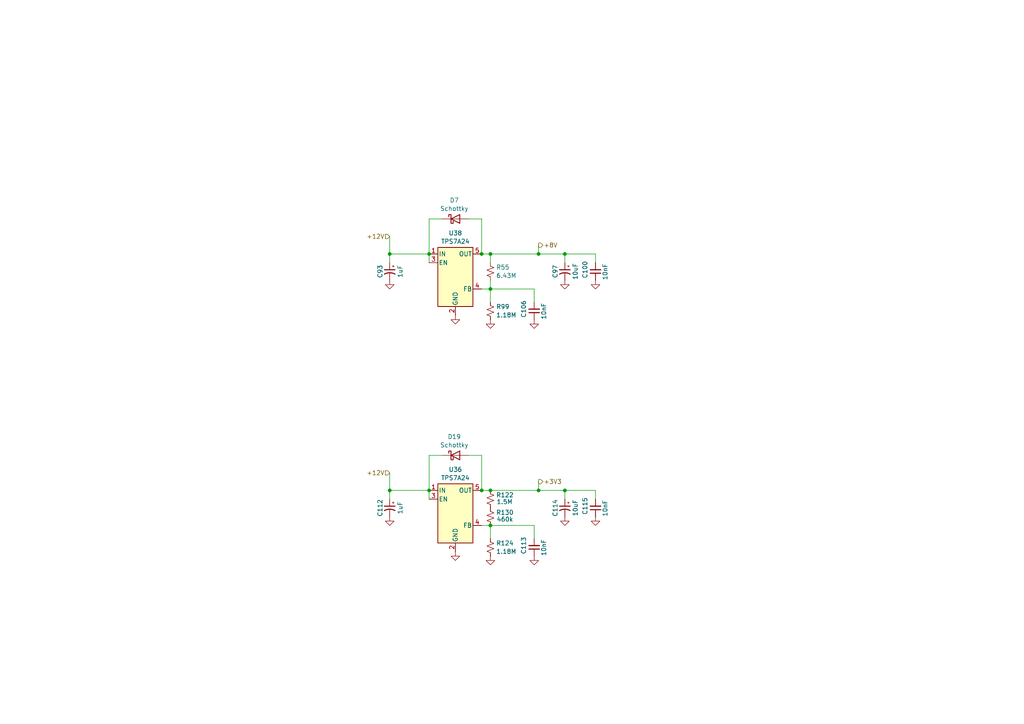
<source format=kicad_sch>
(kicad_sch (version 20250114) (generator "eeschema") (generator_version "9.0")
  (paper "A4")
  (lib_symbols
    (symbol "AP131-29_1" (pin_names (offset 0.254))
      (property "Reference" "U36" (at 0 8.5895 0))
      (property "Value" "TPS7A24" (at 0 6.1652 0))
      (symbol "AP131-29_1_0_1"
        (rectangle (start -5.08 4.445) (end 5.08 -12.7) (stroke (width 0.254)) (fill (type background)))
      )
      (symbol "AP131-29_1_1_1"
        (pin power_in line (at -7.62 2.54 0) (length 2.54) (name "IN") (number "1"))
        (pin input line (at -7.62 0 0) (length 2.54) (name "EN") (number "3"))
        (pin power_in line (at 0 -15.24 90) (length 2.54) (name "GND") (number "2"))
        (pin power_out line (at 7.62 2.54 180) (length 2.54) (name "OUT") (number "5"))
        (pin input line (at 7.62 -7.62 180) (length 2.54) (name "FB") (number "4"))
      )
    )
    (symbol "Device:C_Polarized_Small_US" (pin_numbers (hide yes)) (pin_names (offset 0.254) (hide yes))
      (property "Reference" "C" (at 0.254 1.778 0))
      (property "Value" "C_Polarized_Small_US" (at 0.254 -2.032 0))
      (symbol "C_Polarized_Small_US_0_1"
        (polyline (pts (xy -1.524 0.508) (xy 1.524 0.508)) (stroke (width 0.3048)))
        (polyline (pts (xy -1.27 1.524) (xy -0.762 1.524)))
        (polyline (pts (xy -1.016 1.27) (xy -1.016 1.778)))
        (arc (start -1.524 -0.762) (mid 0 -0.3734) (end 1.524 -0.762) (stroke (width 0.3048)))
      )
      (symbol "C_Polarized_Small_US_1_1"
        (pin passive line (at 0 2.54 270) (length 2.032) (name "~") (number "1"))
        (pin passive line (at 0 -2.54 90) (length 2.032) (name "~") (number "2"))
      )
    )
    (symbol "Device:C_Small" (pin_numbers (hide yes)) (pin_names (offset 0.254) (hide yes))
      (property "Reference" "C" (at 0.254 1.778 0))
      (property "Value" "C_Small" (at 0.254 -2.032 0))
      (symbol "C_Small_0_1"
        (polyline (pts (xy -1.524 0.508) (xy 1.524 0.508)) (stroke (width 0.3048)))
        (polyline (pts (xy -1.524 -0.508) (xy 1.524 -0.508)) (stroke (width 0.3302)))
      )
      (symbol "C_Small_1_1"
        (pin passive line (at 0 2.54 270) (length 2.032) (name "~") (number "1"))
        (pin passive line (at 0 -2.54 90) (length 2.032) (name "~") (number "2"))
      )
    )
    (symbol "Device:D_Schottky" (pin_numbers (hide yes)) (pin_names (offset 1.016) (hide yes))
      (property "Reference" "D" (at 0 2.54 0))
      (property "Value" "D_Schottky" (at 0 -2.54 0))
      (symbol "D_Schottky_0_1"
        (polyline (pts (xy -1.905 0.635) (xy -1.905 1.27) (xy -1.27 1.27) (xy -1.27 -1.27) (xy -0.635 -1.27) (xy -0.635 -0.635)) (stroke (width 0.254)))
        (polyline (pts (xy 1.27 1.27) (xy 1.27 -1.27) (xy -1.27 0) (xy 1.27 1.27)) (stroke (width 0.254)))
        (polyline (pts (xy 1.27 0) (xy -1.27 0)))
      )
      (symbol "D_Schottky_1_1"
        (pin passive line (at -3.81 0 0) (length 2.54) (name "K") (number "1"))
        (pin passive line (at 3.81 0 180) (length 2.54) (name "A") (number "2"))
      )
    )
    (symbol "Device:R_Small_US" (pin_numbers (hide yes)) (pin_names (offset 0.254) (hide yes))
      (property "Reference" "R" (at 0.762 0.508 0))
      (property "Value" "R_Small_US" (at 0.762 -1.016 0))
      (symbol "R_Small_US_1_1"
        (polyline (pts (xy 0 1.524) (xy 1.016 1.143) (xy 0 0.762) (xy -1.016 0.381) (xy 0 0)))
        (polyline (pts (xy 0 0) (xy 1.016 -0.381) (xy 0 -0.762) (xy -1.016 -1.143) (xy 0 -1.524)))
        (pin passive line (at 0 2.54 270) (length 1.016) (name "~") (number "1"))
        (pin passive line (at 0 -2.54 90) (length 1.016) (name "~") (number "2"))
      )
    )
    (symbol "power:GND" (power) (pin_numbers (hide yes)) (pin_names (offset 0) (hide yes))
      (property "Value" "GND" (at 0 -3.81 0))
      (symbol "GND_0_1"
        (polyline (pts (xy 0 0) (xy 0 -1.27) (xy 1.27 -1.27) (xy 0 -2.54) (xy -1.27 -1.27) (xy 0 -1.27)))
      )
      (symbol "GND_1_1"
        (pin power_in line (at 0 0 270) (length 0) (name "~") (number "1"))
      )
    )
  )
  (junction (at 142.24 83.82))
  (junction (at 163.83 73.66))
  (junction (at 113.03 73.66))
  (junction (at 124.46 73.66))
  (junction (at 163.83 142.24))
  (junction (at 113.03 142.24))
  (junction (at 142.24 73.66))
  (junction (at 156.21 142.24))
  (junction (at 142.24 152.4))
  (junction (at 124.46 142.24))
  (junction (at 139.7 73.66))
  (junction (at 142.24 142.24))
  (junction (at 139.7 142.24))
  (junction (at 156.21 73.66))
  (wire (pts (xy 124.46 73.66) (xy 124.46 76.2)))
  (wire (pts (xy 172.72 73.66) (xy 163.83 73.66)))
  (wire (pts (xy 172.72 144.78) (xy 172.72 142.24)))
  (wire (pts (xy 124.46 142.24) (xy 124.46 144.78)))
  (wire (pts (xy 172.72 76.2) (xy 172.72 73.66)))
  (wire (pts (xy 156.21 73.66) (xy 142.24 73.66)))
  (wire (pts (xy 172.72 142.24) (xy 163.83 142.24)))
  (wire (pts (xy 135.89 132.08) (xy 139.7 132.08)))
  (wire (pts (xy 113.03 142.24) (xy 113.03 137.16)))
  (wire (pts (xy 163.83 142.24) (xy 163.83 144.78)))
  (wire (pts (xy 142.24 83.82) (xy 142.24 87.63)))
  (wire (pts (xy 139.7 142.24) (xy 142.24 142.24)))
  (wire (pts (xy 163.83 142.24) (xy 156.21 142.24)))
  (wire (pts (xy 124.46 73.66) (xy 113.03 73.66)))
  (wire (pts (xy 113.03 73.66) (xy 113.03 68.58)))
  (wire (pts (xy 156.21 139.7) (xy 156.21 142.24)))
  (wire (pts (xy 113.03 142.24) (xy 113.03 144.78)))
  (wire (pts (xy 142.24 152.4) (xy 142.24 156.21)))
  (wire (pts (xy 142.24 76.2) (xy 142.24 73.66)))
  (wire (pts (xy 163.83 73.66) (xy 163.83 76.2)))
  (wire (pts (xy 139.7 132.08) (xy 139.7 142.24)))
  (wire (pts (xy 124.46 63.5) (xy 124.46 73.66)))
  (wire (pts (xy 128.27 63.5) (xy 124.46 63.5)))
  (wire (pts (xy 139.7 83.82) (xy 142.24 83.82)))
  (wire (pts (xy 113.03 73.66) (xy 113.03 76.2)))
  (wire (pts (xy 139.7 63.5) (xy 139.7 73.66)))
  (wire (pts (xy 139.7 73.66) (xy 142.24 73.66)))
  (wire (pts (xy 154.94 87.63) (xy 154.94 83.82)))
  (wire (pts (xy 156.21 142.24) (xy 142.24 142.24)))
  (wire (pts (xy 124.46 132.08) (xy 124.46 142.24)))
  (wire (pts (xy 154.94 152.4) (xy 142.24 152.4)))
  (wire (pts (xy 154.94 83.82) (xy 142.24 83.82)))
  (wire (pts (xy 135.89 63.5) (xy 139.7 63.5)))
  (wire (pts (xy 154.94 156.21) (xy 154.94 152.4)))
  (wire (pts (xy 124.46 142.24) (xy 113.03 142.24)))
  (wire (pts (xy 139.7 152.4) (xy 142.24 152.4)))
  (wire (pts (xy 128.27 132.08) (xy 124.46 132.08)))
  (wire (pts (xy 163.83 73.66) (xy 156.21 73.66)))
  (wire (pts (xy 156.21 71.12) (xy 156.21 73.66)))
  (wire (pts (xy 142.24 81.28) (xy 142.24 83.82)))
  (hierarchical_label "+8V" (shape output) (at 156.21 71.12 0))
  (hierarchical_label "+3V3" (shape output) (at 156.21 139.7 0))
  (hierarchical_label "+12V" (shape input) (at 113.03 137.16 180))
  (hierarchical_label "+12V" (shape input) (at 113.03 68.58 180))
  (symbol (lib_id "Device:R_Small_US") (at 142.24 158.75 0) (unit 1)
    (property "Reference" "R124" (at 143.891 157.5378 0) (effects (justify left)))
    (property "Value" "1.18M" (at 143.891 159.9621 0) (effects (justify left)))
    (property "Description" "Resistor, small US symbol" (effects (hide yes)))
    (instances (project "PilotAudioPanel" (path "" (reference "R124") (unit 1)) (path "" (reference "R128") (unit 1))))
  )
  (symbol (lib_id "power:GND") (at 132.08 160.02 0) (unit 1)
    (property "Reference" "#PWR0252" (effects (hide yes)))
    (property "Value" "GND" (effects (hide yes)))
    (property "Description" "Power symbol creates a global label with name \"GND\" , ground" (effects (hide yes)))
    (instances (project "PilotAudioPanel" (path "" (reference "#PWR0252") (unit 1)) (path "" (reference "#PWR0258") (unit 1))))
  )
  (symbol (lib_id "Device:D_Schottky") (at 132.08 132.08 0) (unit 1)
    (property "Reference" "D19" (at 131.7625 126.6655 0))
    (property "Value" "Schottky" (at 131.7625 129.0898 0))
    (property "Description" "Schottky diode" (effects (hide yes)))
    (instances (project "PilotAudioPanel" (path "" (reference "D19") (unit 1)) (path "" (reference "D20") (unit 1))))
  )
  (symbol (lib_id "Device:C_Polarized_Small_US") (at 113.03 78.74 0) (mirror y) (unit 1)
    (property "Reference" "C93" (at 110.236 78.74 90))
    (property "Value" "1uF" (at 116.078 78.74 90))
    (property "Description" "Polarized capacitor, small US symbol" (effects (hide yes)))
    (instances (project "PilotAudioPanel" (path "" (reference "C93") (unit 1)) (path "" (reference "C95") (unit 1))))
  )
  (symbol (lib_id "Device:D_Schottky") (at 132.08 63.5 0) (unit 1)
    (property "Reference" "D7" (at 131.7625 58.0855 0))
    (property "Value" "Schottky" (at 131.7625 60.5098 0))
    (property "Description" "Schottky diode" (effects (hide yes)))
    (instances (project "PilotAudioPanel" (path "" (reference "D7") (unit 1)) (path "" (reference "D8") (unit 1))))
  )
  (symbol (lib_id "power:GND") (at 113.03 149.86 0) (unit 1)
    (property "Reference" "#PWR0247" (effects (hide yes)))
    (property "Value" "GND" (effects (hide yes)))
    (property "Description" "Power symbol creates a global label with name \"GND\" , ground" (effects (hide yes)))
    (instances (project "PilotAudioPanel" (path "" (reference "#PWR0247") (unit 1)) (path "" (reference "#PWR0257") (unit 1))))
  )
  (symbol (lib_id "Device:C_Polarized_Small_US") (at 163.83 147.32 0) (mirror y) (unit 1)
    (property "Reference" "C114" (at 161.036 147.32 90))
    (property "Value" "10uF" (at 166.878 147.32 90))
    (property "Description" "Polarized capacitor, small US symbol" (effects (hide yes)))
    (instances (project "PilotAudioPanel" (path "" (reference "C114") (unit 1)) (path "" (reference "C118") (unit 1))))
  )
  (symbol (lib_id "Device:C_Polarized_Small_US") (at 163.83 78.74 0) (mirror y) (unit 1)
    (property "Reference" "C97" (at 161.036 78.74 90))
    (property "Value" "10uF" (at 166.878 78.74 90))
    (property "Description" "Polarized capacitor, small US symbol" (effects (hide yes)))
    (instances (project "PilotAudioPanel" (path "" (reference "C97") (unit 1)) (path "" (reference "C99") (unit 1))))
  )
  (symbol (lib_id "power:GND") (at 154.94 92.71 0) (unit 1)
    (property "Reference" "#PWR0239" (effects (hide yes)))
    (property "Value" "GND" (effects (hide yes)))
    (property "Description" "Power symbol creates a global label with name \"GND\" , ground" (effects (hide yes)))
    (instances (project "PilotAudioPanel" (path "" (reference "#PWR0239") (unit 1)) (path "" (reference "#PWR0246") (unit 1))))
  )
  (symbol (lib_id "power:GND") (at 113.03 81.28 0) (unit 1)
    (property "Reference" "#PWR0210" (effects (hide yes)))
    (property "Value" "GND" (effects (hide yes)))
    (property "Description" "Power symbol creates a global label with name \"GND\" , ground" (effects (hide yes)))
    (instances (project "PilotAudioPanel" (path "" (reference "#PWR0210") (unit 1)) (path "" (reference "#PWR0211") (unit 1))))
  )
  (symbol (lib_id "Device:R_Small_US") (at 142.24 149.86 0) (unit 1)
    (property "Reference" "R130" (at 143.891 148.6478 0) (effects (justify left)))
    (property "Value" "460k" (at 144.018 150.622 0) (effects (justify left)))
    (property "Description" "Resistor, small US symbol" (effects (hide yes)))
    (instances (project "PilotAudioPanel" (path "" (reference "R130") (unit 1)) (path "" (reference "R132") (unit 1))))
  )
  (symbol (lib_id "power:GND") (at 172.72 149.86 0) (unit 1)
    (property "Reference" "#PWR0256" (effects (hide yes)))
    (property "Value" "GND" (effects (hide yes)))
    (property "Description" "Power symbol creates a global label with name \"GND\" , ground" (effects (hide yes)))
    (instances (project "PilotAudioPanel" (path "" (reference "#PWR0256") (unit 1)) (path "" (reference "#PWR0262") (unit 1))))
  )
  (symbol (lib_id "power:GND") (at 142.24 161.29 0) (unit 1)
    (property "Reference" "#PWR0253" (effects (hide yes)))
    (property "Value" "GND" (effects (hide yes)))
    (property "Description" "Power symbol creates a global label with name \"GND\" , ground" (effects (hide yes)))
    (instances (project "PilotAudioPanel" (path "" (reference "#PWR0253") (unit 1)) (path "" (reference "#PWR0259") (unit 1))))
  )
  (symbol (lib_id "Device:C_Small") (at 154.94 90.17 180) (unit 1)
    (property "Reference" "C106" (at 151.892 92.202 90) (effects (justify right)))
    (property "Value" "10nF" (at 157.734 92.71 90) (effects (justify right)))
    (property "Description" "Unpolarized capacitor, small symbol" (effects (hide yes)))
    (instances (project "PilotAudioPanel" (path "" (reference "C106") (unit 1)) (path "" (reference "C107") (unit 1))))
  )
  (symbol (lib_id "Device:C_Polarized_Small_US") (at 113.03 147.32 0) (mirror y) (unit 1)
    (property "Reference" "C112" (at 110.236 147.32 90))
    (property "Value" "1uF" (at 116.078 147.32 90))
    (property "Description" "Polarized capacitor, small US symbol" (effects (hide yes)))
    (instances (project "PilotAudioPanel" (path "" (reference "C112") (unit 1)) (path "" (reference "C116") (unit 1))))
  )
  (symbol (lib_id "power:GND") (at 132.08 91.44 0) (unit 1)
    (property "Reference" "#PWR0204" (effects (hide yes)))
    (property "Value" "GND" (effects (hide yes)))
    (property "Description" "Power symbol creates a global label with name \"GND\" , ground" (effects (hide yes)))
    (instances (project "PilotAudioPanel" (path "" (reference "#PWR0204") (unit 1)) (path "" (reference "#PWR0205") (unit 1))))
  )
  (symbol (lib_id "Device:C_Small") (at 172.72 78.74 180) (unit 1)
    (property "Reference" "C100" (at 169.672 80.772 90) (effects (justify right)))
    (property "Value" "10nF" (at 175.514 81.28 90) (effects (justify right)))
    (property "Description" "Unpolarized capacitor, small symbol" (effects (hide yes)))
    (instances (project "PilotAudioPanel" (path "" (reference "C100") (unit 1)) (path "" (reference "C101") (unit 1))))
  )
  (symbol (lib_id "Device:R_Small_US") (at 142.24 90.17 0) (unit 1)
    (property "Reference" "R99" (at 143.891 88.9578 0) (effects (justify left)))
    (property "Value" "1.18M" (at 143.891 91.3821 0) (effects (justify left)))
    (property "Description" "Resistor, small US symbol" (effects (hide yes)))
    (instances (project "PilotAudioPanel" (path "" (reference "R99") (unit 1)) (path "" (reference "R102") (unit 1))))
  )
  (symbol (lib_id "power:GND") (at 163.83 81.28 0) (unit 1)
    (property "Reference" "#PWR0212" (effects (hide yes)))
    (property "Value" "GND" (effects (hide yes)))
    (property "Description" "Power symbol creates a global label with name \"GND\" , ground" (effects (hide yes)))
    (instances (project "PilotAudioPanel" (path "" (reference "#PWR0212") (unit 1)) (path "" (reference "#PWR0213") (unit 1))))
  )
  (symbol (lib_id "power:GND") (at 154.94 161.29 0) (unit 1)
    (property "Reference" "#PWR0254" (effects (hide yes)))
    (property "Value" "GND" (effects (hide yes)))
    (property "Description" "Power symbol creates a global label with name \"GND\" , ground" (effects (hide yes)))
    (instances (project "PilotAudioPanel" (path "" (reference "#PWR0254") (unit 1)) (path "" (reference "#PWR0260") (unit 1))))
  )
  (symbol (lib_id "Device:C_Small") (at 172.72 147.32 180) (unit 1)
    (property "Reference" "C115" (at 169.672 149.352 90) (effects (justify right)))
    (property "Value" "10nF" (at 175.514 149.86 90) (effects (justify right)))
    (property "Description" "Unpolarized capacitor, small symbol" (effects (hide yes)))
    (instances (project "PilotAudioPanel" (path "" (reference "C115") (unit 1)) (path "" (reference "C119") (unit 1))))
  )
  (symbol (lib_name "AP131-29_1") (lib_id "Regulator_Linear:AP131-29") (at 132.08 76.2 0) (unit 1)
    (property "Reference" "U38" (at 132.08 67.6105 0))
    (property "Value" "TPS7A24" (at 132.08 70.0348 0))
    (property "Footprint" "Package_TO_SOT_SMD:SOT-23-5" (effects (hide yes)))
    (property "Datasheet" "https://www.ti.com/lit/ds/symlink/tps7a24.pdf?HQS=dis-dk-null-digikeymode-dsf-pf-null-wwe&ts=1749319504574" (effects (hide yes)))
    (property "Description" "200-mA, 18-V, Ultra-Low IQ, Low-Dropout Voltage Regulator" (effects (hide yes)))
    (instances (project "PilotAudioPanel" (path "" (reference "U38") (unit 1)) (path "" (reference "U39") (unit 1))))
  )
  (symbol (lib_id "power:GND") (at 142.24 92.71 0) (unit 1)
    (property "Reference" "#PWR0202" (effects (hide yes)))
    (property "Value" "GND" (effects (hide yes)))
    (property "Description" "Power symbol creates a global label with name \"GND\" , ground" (effects (hide yes)))
    (instances (project "PilotAudioPanel" (path "" (reference "#PWR0202") (unit 1)) (path "" (reference "#PWR0203") (unit 1))))
  )
  (symbol (lib_name "AP131-29_1") (lib_id "Regulator_Linear:AP131-29") (at 132.08 144.78 0) (unit 1)
    (property "Reference" "U36" (at 132.08 136.1905 0))
    (property "Value" "TPS7A24" (at 132.08 138.6148 0))
    (property "Footprint" "Package_TO_SOT_SMD:SOT-23-5" (effects (hide yes)))
    (property "Datasheet" "https://www.ti.com/lit/ds/symlink/tps7a24.pdf?HQS=dis-dk-null-digikeymode-dsf-pf-null-wwe&ts=1749319504574" (effects (hide yes)))
    (property "Description" "200-mA, 18-V, Ultra-Low IQ, Low-Dropout Voltage Regulator" (effects (hide yes)))
    (instances (project "PilotAudioPanel" (path "" (reference "U36") (unit 1)) (path "" (reference "U37") (unit 1))))
  )
  (symbol (lib_id "Device:R_Small_US") (at 142.24 144.78 0) (unit 1)
    (property "Reference" "R122" (at 143.891 143.5678 0) (effects (justify left)))
    (property "Value" "1.5M" (at 144.018 145.542 0) (effects (justify left)))
    (property "Description" "Resistor, small US symbol" (effects (hide yes)))
    (instances (project "PilotAudioPanel" (path "" (reference "R122") (unit 1)) (path "" (reference "R126") (unit 1))))
  )
  (symbol (lib_id "power:GND") (at 163.83 149.86 0) (unit 1)
    (property "Reference" "#PWR0255" (effects (hide yes)))
    (property "Value" "GND" (effects (hide yes)))
    (property "Description" "Power symbol creates a global label with name \"GND\" , ground" (effects (hide yes)))
    (instances (project "PilotAudioPanel" (path "" (reference "#PWR0255") (unit 1)) (path "" (reference "#PWR0261") (unit 1))))
  )
  (symbol (lib_id "Device:R_Small_US") (at 142.24 78.74 0) (unit 1)
    (property "Reference" "R55" (at 143.891 77.5278 0) (effects (justify left)))
    (property "Value" "6.43M" (at 143.891 79.9521 0) (effects (justify left)))
    (property "Description" "Resistor, small US symbol" (effects (hide yes)))
    (instances (project "PilotAudioPanel" (path "" (reference "R55") (unit 1)) (path "" (reference "R98") (unit 1))))
  )
  (symbol (lib_id "Device:C_Small") (at 154.94 158.75 180) (unit 1)
    (property "Reference" "C113" (at 151.892 160.782 90) (effects (justify right)))
    (property "Value" "10nF" (at 157.734 161.29 90) (effects (justify right)))
    (property "Description" "Unpolarized capacitor, small symbol" (effects (hide yes)))
    (instances (project "PilotAudioPanel" (path "" (reference "C113") (unit 1)) (path "" (reference "C117") (unit 1))))
  )
  (symbol (lib_id "power:GND") (at 172.72 81.28 0) (unit 1)
    (property "Reference" "#PWR0229" (effects (hide yes)))
    (property "Value" "GND" (effects (hide yes)))
    (property "Description" "Power symbol creates a global label with name \"GND\" , ground" (effects (hide yes)))
    (instances (project "PilotAudioPanel" (path "" (reference "#PWR0229") (unit 1)) (path "" (reference "#PWR0231") (unit 1))))
  )
)
</source>
